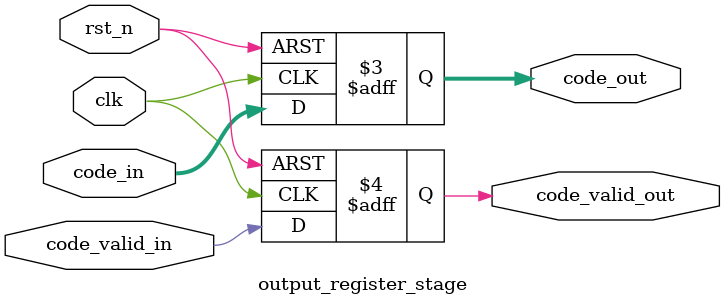
<source format=sv>
module LUT_Hamming_Encoder(
    input wire clk,
    input wire rst_n,
    input wire [3:0] data_in,
    input wire data_valid,
    output wire [6:0] code_out,
    output wire code_valid
);
    // 中间信号声明
    wire [3:0] data_stage1;
    wire data_valid_stage1;
    wire [6:0] code_stage2;
    wire code_valid_stage2;
    
    // 输入寄存器阶段
    data_input_stage input_stage (
        .clk(clk),
        .rst_n(rst_n),
        .data_in(data_in),
        .data_valid(data_valid),
        .data_out(data_stage1),
        .data_valid_out(data_valid_stage1)
    );
    
    // 汉明编码查找阶段
    hamming_lookup_stage lookup_stage (
        .clk(clk),
        .rst_n(rst_n),
        .addr_in(data_stage1),
        .addr_valid(data_valid_stage1),
        .code_out(code_stage2),
        .code_valid(code_valid_stage2)
    );
    
    // 输出寄存器阶段
    output_register_stage output_stage (
        .clk(clk),
        .rst_n(rst_n),
        .code_in(code_stage2),
        .code_valid_in(code_valid_stage2),
        .code_out(code_out),
        .code_valid_out(code_valid)
    );
endmodule

module data_input_stage (
    input wire clk,
    input wire rst_n,
    input wire [3:0] data_in,
    input wire data_valid,
    output reg [3:0] data_out,
    output reg data_valid_out
);
    // 输入寄存器实现，添加一级流水线
    always @(posedge clk or negedge rst_n) begin
        if (!rst_n) begin
            data_out <= 4'b0;
            data_valid_out <= 1'b0;
        end else begin
            data_out <= data_in;
            data_valid_out <= data_valid;
        end
    end
endmodule

module hamming_lookup_stage (
    input wire clk,
    input wire rst_n,
    input wire [3:0] addr_in,
    input wire addr_valid,
    output reg [6:0] code_out,
    output reg code_valid
);
    // ROM存储预计算的汉明码结果
    reg [6:0] ham_rom [0:15];
    
    // 初始化ROM内容
    initial begin
        $readmemh("hamming_lut.hex", ham_rom);
    end
    
    // 使用寄存器输出以提高时序性能
    always @(posedge clk or negedge rst_n) begin
        if (!rst_n) begin
            code_out <= 7'b0;
            code_valid <= 1'b0;
        end else begin
            code_out <= ham_rom[addr_in];
            code_valid <= addr_valid;
        end
    end
endmodule

module output_register_stage (
    input wire clk,
    input wire rst_n,
    input wire [6:0] code_in,
    input wire code_valid_in,
    output reg [6:0] code_out,
    output reg code_valid_out
);
    // 输出寄存器实现，添加额外的流水线级
    always @(posedge clk or negedge rst_n) begin
        if (!rst_n) begin
            code_out <= 7'b0;
            code_valid_out <= 1'b0;
        end else begin
            code_out <= code_in;
            code_valid_out <= code_valid_in;
        end
    end
endmodule
</source>
